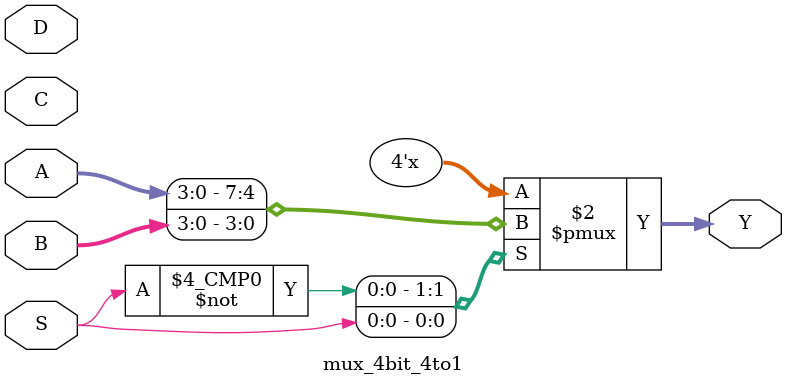
<source format=v>
`timescale 1ns / 1ps


module mux_4bit_4to1(Y, A, B, C, D, S);

    output reg[3:0] Y;          //1-bit output    
    input wire[3:0] A, B, C, D;       //4-bit inputs    
    input wire S;               //1-bit input
    
    always @ (A or B or C or D or S)
        case(S)     //Selection based on S
            2'b00: Y = A;
            2'b01: Y = B;
            2'b10: Y = C;
            2'b11: Y = D;
        endcase

endmodule

</source>
